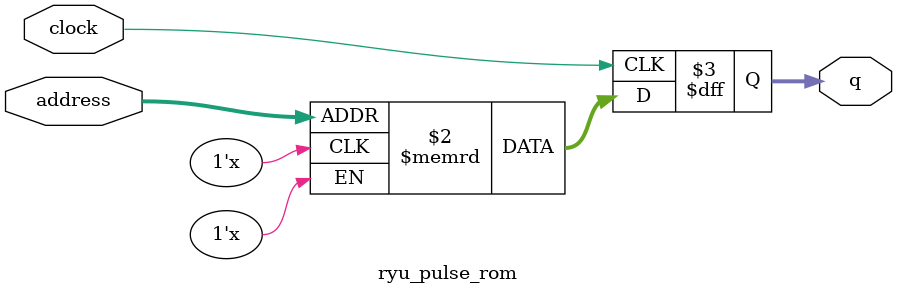
<source format=sv>
module ryu_pulse_rom (
	input logic clock,
	input logic [12:0] address,
	output logic [3:0] q
);

logic [3:0] memory [0:5300] /* synthesis ram_init_file = "./ryu_pulse/ryu_pulse.mif" */;

always_ff @ (posedge clock) begin
	q <= memory[address];
end

endmodule

</source>
